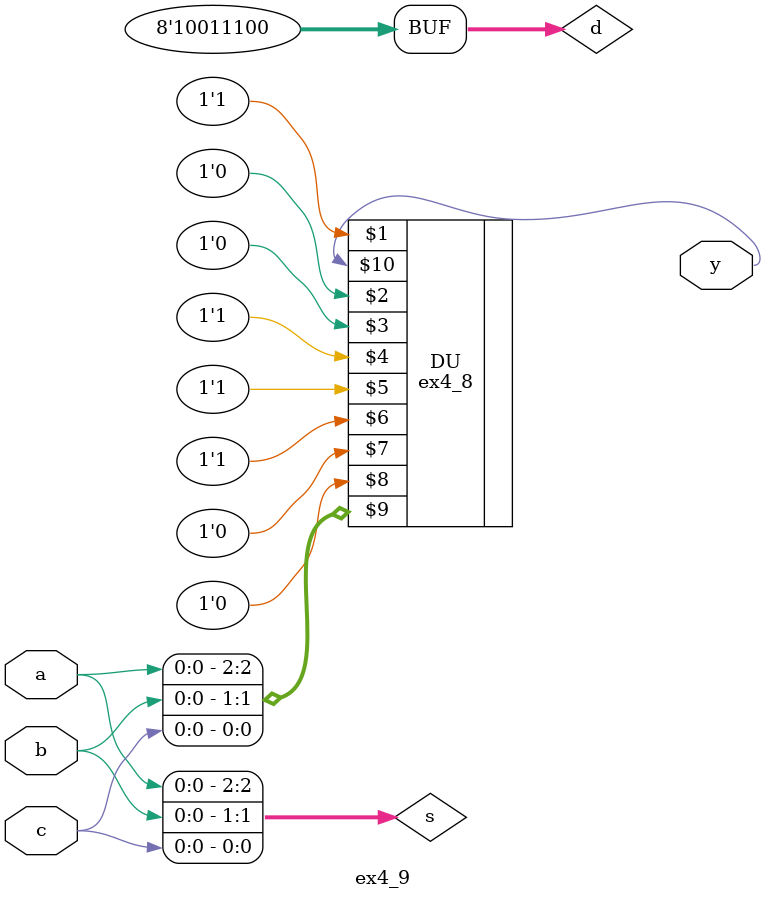
<source format=v>
module ex4_9 (
	input a, b, c,
	output y
	);
      wire [2:0] s;
      wire [7:0] d;
      assign s = {a,b,c};
      assign d = 8'b10011100 ;
      ex4_8 DU (d[7],d[6],d[5],d[4],d[3],d[2],d[1],d[0],s,y);
endmodule


</source>
